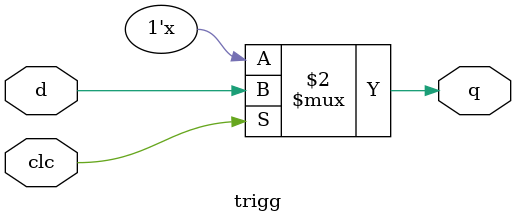
<source format=sv>
module trigg (d,clc,q);

input d;
input clc;
output q;
reg q;
  
always @(d or clc)
begin
if (clc)
q<=d;
end

endmodule

</source>
